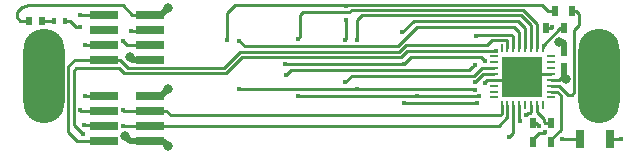
<source format=gbr>
G04 #@! TF.GenerationSoftware,KiCad,Pcbnew,5.0.1*
G04 #@! TF.CreationDate,2018-12-04T10:53:53+13:00*
G04 #@! TF.ProjectId,jake_small,6A616B655F736D616C6C2E6B69636164,rev?*
G04 #@! TF.SameCoordinates,Original*
G04 #@! TF.FileFunction,Copper,L1,Top,Signal*
G04 #@! TF.FilePolarity,Positive*
%FSLAX46Y46*%
G04 Gerber Fmt 4.6, Leading zero omitted, Abs format (unit mm)*
G04 Created by KiCad (PCBNEW 5.0.1) date Tue 04 Dec 2018 10:53:53 NZDT*
%MOMM*%
%LPD*%
G01*
G04 APERTURE LIST*
G04 #@! TA.AperFunction,SMDPad,CuDef*
%ADD10R,2.400000X0.740000*%
G04 #@! TD*
G04 #@! TA.AperFunction,SMDPad,CuDef*
%ADD11R,0.500000X0.900000*%
G04 #@! TD*
G04 #@! TA.AperFunction,SMDPad,CuDef*
%ADD12R,0.500000X0.600000*%
G04 #@! TD*
G04 #@! TA.AperFunction,WasherPad*
%ADD13O,3.500000X8.000000*%
G04 #@! TD*
G04 #@! TA.AperFunction,SMDPad,CuDef*
%ADD14R,1.725000X1.725000*%
G04 #@! TD*
G04 #@! TA.AperFunction,SMDPad,CuDef*
%ADD15R,0.250000X0.700000*%
G04 #@! TD*
G04 #@! TA.AperFunction,SMDPad,CuDef*
%ADD16R,0.700000X0.250000*%
G04 #@! TD*
G04 #@! TA.AperFunction,SMDPad,CuDef*
%ADD17R,0.800000X1.600000*%
G04 #@! TD*
G04 #@! TA.AperFunction,SMDPad,CuDef*
%ADD18R,0.600000X0.700000*%
G04 #@! TD*
G04 #@! TA.AperFunction,SMDPad,CuDef*
%ADD19R,0.400000X0.600000*%
G04 #@! TD*
G04 #@! TA.AperFunction,ViaPad*
%ADD20C,0.450000*%
G04 #@! TD*
G04 #@! TA.AperFunction,ViaPad*
%ADD21C,0.800000*%
G04 #@! TD*
G04 #@! TA.AperFunction,Conductor*
%ADD22C,0.250000*%
G04 #@! TD*
G04 #@! TA.AperFunction,Conductor*
%ADD23C,0.500000*%
G04 #@! TD*
G04 APERTURE END LIST*
D10*
G04 #@! TO.P,J2,1*
G04 #@! TO.N,VCC*
X132950000Y-52405000D03*
G04 #@! TO.P,J2,2*
G04 #@! TO.N,/MISO*
X129050000Y-52405000D03*
G04 #@! TO.P,J2,3*
G04 #@! TO.N,/SCK*
X132950000Y-51135000D03*
G04 #@! TO.P,J2,4*
G04 #@! TO.N,/nSS*
X129050000Y-51135000D03*
G04 #@! TO.P,J2,5*
G04 #@! TO.N,/MOSI*
X132950000Y-49865000D03*
G04 #@! TO.P,J2,6*
G04 #@! TO.N,/nSS1*
X129050000Y-49865000D03*
G04 #@! TO.P,J2,7*
G04 #@! TO.N,GND*
X132950000Y-48595000D03*
G04 #@! TO.P,J2,8*
G04 #@! TO.N,/nSS3*
X129050000Y-48595000D03*
G04 #@! TD*
G04 #@! TO.P,J1,8*
G04 #@! TO.N,/nSS1*
X129050000Y-41745000D03*
G04 #@! TO.P,J1,7*
G04 #@! TO.N,GND*
X132950000Y-41745000D03*
G04 #@! TO.P,J1,6*
G04 #@! TO.N,N/C*
X129050000Y-43015000D03*
G04 #@! TO.P,J1,5*
G04 #@! TO.N,/MOSI*
X132950000Y-43015000D03*
G04 #@! TO.P,J1,4*
G04 #@! TO.N,/nSS3*
X129050000Y-44285000D03*
G04 #@! TO.P,J1,3*
G04 #@! TO.N,/SCK*
X132950000Y-44285000D03*
G04 #@! TO.P,J1,2*
G04 #@! TO.N,/MISO*
X129050000Y-45555000D03*
G04 #@! TO.P,J1,1*
G04 #@! TO.N,VCC*
X132950000Y-45555000D03*
G04 #@! TD*
D11*
G04 #@! TO.P,R8,2*
G04 #@! TO.N,/B_1a*
X165450000Y-52500000D03*
G04 #@! TO.P,R8,1*
G04 #@! TO.N,/A_2*
X166950000Y-52500000D03*
G04 #@! TD*
G04 #@! TO.P,R6,1*
G04 #@! TO.N,/A_1*
X166950000Y-50900000D03*
G04 #@! TO.P,R6,2*
G04 #@! TO.N,/B_2a*
X165450000Y-50900000D03*
G04 #@! TD*
D12*
G04 #@! TO.P,C1,2*
G04 #@! TO.N,GND*
X168000000Y-44975000D03*
G04 #@! TO.P,C1,1*
G04 #@! TO.N,VCC*
X168000000Y-46075000D03*
G04 #@! TD*
D13*
G04 #@! TO.P,H1,*
G04 #@! TO.N,*
X124000000Y-46900000D03*
G04 #@! TD*
G04 #@! TO.P,H2,*
G04 #@! TO.N,*
X171000000Y-46900000D03*
G04 #@! TD*
D14*
G04 #@! TO.P,U1,33*
G04 #@! TO.N,GND*
X163637500Y-46137500D03*
X163637500Y-47862500D03*
X165362500Y-46137500D03*
X165362500Y-47862500D03*
D15*
G04 #@! TO.P,U1,32*
G04 #@! TO.N,N/C*
X162750000Y-44600000D03*
G04 #@! TO.P,U1,31*
G04 #@! TO.N,/MISO*
X163250000Y-44600000D03*
G04 #@! TO.P,U1,30*
G04 #@! TO.N,/C6*
X163750000Y-44600000D03*
G04 #@! TO.P,U1,29*
G04 #@! TO.N,/C7*
X164250000Y-44600000D03*
G04 #@! TO.P,U1,28*
G04 #@! TO.N,/C1*
X164750000Y-44600000D03*
G04 #@! TO.P,U1,27*
G04 #@! TO.N,/C3*
X165250000Y-44600000D03*
G04 #@! TO.P,U1,26*
G04 #@! TO.N,/C5*
X165750000Y-44600000D03*
G04 #@! TO.P,U1,25*
G04 #@! TO.N,/B_2*
X166250000Y-44600000D03*
D16*
G04 #@! TO.P,U1,24*
G04 #@! TO.N,N/C*
X166900000Y-45250000D03*
G04 #@! TO.P,U1,23*
X166900000Y-45750000D03*
G04 #@! TO.P,U1,22*
X166900000Y-46250000D03*
G04 #@! TO.P,U1,21*
G04 #@! TO.N,GND*
X166900000Y-46750000D03*
G04 #@! TO.P,U1,20*
G04 #@! TO.N,VCC*
X166900000Y-47250000D03*
G04 #@! TO.P,U1,19*
G04 #@! TO.N,/B_1*
X166900000Y-47750000D03*
G04 #@! TO.P,U1,18*
G04 #@! TO.N,/A_2*
X166900000Y-48250000D03*
G04 #@! TO.P,U1,17*
G04 #@! TO.N,N/C*
X166900000Y-48750000D03*
D15*
G04 #@! TO.P,U1,16*
X166250000Y-49400000D03*
G04 #@! TO.P,U1,15*
G04 #@! TO.N,/A_1*
X165750000Y-49400000D03*
G04 #@! TO.P,U1,14*
G04 #@! TO.N,/nRES*
X165250000Y-49400000D03*
G04 #@! TO.P,U1,13*
G04 #@! TO.N,N/C*
X164750000Y-49400000D03*
G04 #@! TO.P,U1,12*
G04 #@! TO.N,/C2*
X164250000Y-49400000D03*
G04 #@! TO.P,U1,11*
G04 #@! TO.N,/nSS*
X163750000Y-49400000D03*
G04 #@! TO.P,U1,10*
G04 #@! TO.N,/SCK*
X163250000Y-49400000D03*
G04 #@! TO.P,U1,9*
G04 #@! TO.N,/MOSI*
X162750000Y-49400000D03*
D16*
G04 #@! TO.P,U1,8*
G04 #@! TO.N,N/C*
X162100000Y-48750000D03*
G04 #@! TO.P,U1,7*
X162100000Y-48250000D03*
G04 #@! TO.P,U1,6*
X162100000Y-47750000D03*
G04 #@! TO.P,U1,5*
G04 #@! TO.N,GND*
X162100000Y-47250000D03*
G04 #@! TO.P,U1,4*
G04 #@! TO.N,VCC*
X162100000Y-46750000D03*
G04 #@! TO.P,U1,3*
G04 #@! TO.N,/C4*
X162100000Y-46250000D03*
G04 #@! TO.P,U1,2*
G04 #@! TO.N,N/C*
X162100000Y-45750000D03*
G04 #@! TO.P,U1,1*
X162100000Y-45250000D03*
G04 #@! TD*
D11*
G04 #@! TO.P,R7,2*
G04 #@! TO.N,/A_1a*
X166500000Y-42900000D03*
G04 #@! TO.P,R7,1*
G04 #@! TO.N,/B_2*
X168000000Y-42900000D03*
G04 #@! TD*
G04 #@! TO.P,R5,2*
G04 #@! TO.N,/A_2a*
X167250000Y-41400000D03*
G04 #@! TO.P,R5,1*
G04 #@! TO.N,/B_1*
X168750000Y-41400000D03*
G04 #@! TD*
D17*
G04 #@! TO.P,J3,1*
G04 #@! TO.N,/nRES*
X169400000Y-52250000D03*
G04 #@! TD*
D18*
G04 #@! TO.P,D5,1*
G04 #@! TO.N,GND*
X122750000Y-42250000D03*
G04 #@! TO.P,D5,2*
G04 #@! TO.N,Net-(D5-Pad2)*
X123850000Y-42250000D03*
G04 #@! TD*
D17*
G04 #@! TO.P,J4,1*
G04 #@! TO.N,GND*
X171900000Y-52250000D03*
G04 #@! TD*
D19*
G04 #@! TO.P,R1,2*
G04 #@! TO.N,VCC*
X125750000Y-42250000D03*
G04 #@! TO.P,R1,1*
G04 #@! TO.N,Net-(D5-Pad2)*
X124850000Y-42250000D03*
G04 #@! TD*
D20*
G04 #@! TO.N,GND*
X165825000Y-47525000D03*
X164650000Y-47500000D03*
X163550000Y-45550000D03*
X164600000Y-45500000D03*
X165450000Y-45550000D03*
X172900000Y-52250000D03*
X161344334Y-47498229D03*
D21*
X167623680Y-44083914D03*
D20*
X127300000Y-51855000D03*
D21*
X134500000Y-41175028D03*
D20*
X163637500Y-47500000D03*
D21*
X134525000Y-48025000D03*
D20*
X162300000Y-44775000D03*
D21*
G04 #@! TO.N,VCC*
X131262653Y-45337347D03*
X168175000Y-47145194D03*
D20*
X127100000Y-42750000D03*
D21*
X130848802Y-51996895D03*
D20*
X160531872Y-47445961D03*
D21*
X134500000Y-52824954D03*
D20*
G04 #@! TO.N,/C7*
X140550000Y-43950000D03*
G04 #@! TO.N,/B_1a*
X160461916Y-48092198D03*
X166458890Y-51699995D03*
X140500000Y-48050004D03*
X150550000Y-48042628D03*
G04 #@! TO.N,/A_2a*
X139500000Y-43850000D03*
X149600000Y-41000000D03*
X149600000Y-42150000D03*
X149500000Y-43850000D03*
G04 #@! TO.N,/C5*
X145500000Y-43800000D03*
G04 #@! TO.N,/A_1a*
X166999990Y-42800010D03*
X144450000Y-45900000D03*
X154499979Y-45900021D03*
X161324986Y-45625000D03*
G04 #@! TO.N,/B_2a*
X165937663Y-51163976D03*
X160821616Y-48633614D03*
X145500000Y-48600000D03*
X155550000Y-48650000D03*
G04 #@! TO.N,/C6*
X160461091Y-45961091D03*
X144500000Y-46850000D03*
X160550000Y-43525000D03*
G04 #@! TO.N,/C4*
X149500000Y-47450000D03*
G04 #@! TO.N,/C3*
X150550000Y-43849990D03*
G04 #@! TO.N,/C1*
X154337173Y-43237173D03*
G04 #@! TO.N,/C2*
X164342553Y-50707518D03*
X160647296Y-49259815D03*
X154450000Y-49250000D03*
G04 #@! TO.N,/nSS3*
X127450000Y-48600000D03*
X127450000Y-44350000D03*
G04 #@! TO.N,/nSS1*
X127075020Y-49850000D03*
X127050000Y-41750000D03*
G04 #@! TO.N,/nSS*
X127400000Y-51100000D03*
X163382109Y-52132109D03*
G04 #@! TO.N,/SCK*
X130675000Y-51125000D03*
X130675028Y-43950000D03*
G04 #@! TO.N,/MOSI*
X131375000Y-43100000D03*
X130675058Y-49850000D03*
G04 #@! TO.N,/nRES*
X164800000Y-50245735D03*
X167872702Y-52272702D03*
G04 #@! TD*
D22*
G04 #@! TO.N,GND*
X163025000Y-47250000D02*
X163637500Y-47525000D01*
X162100000Y-47250000D02*
X163025000Y-47250000D01*
X165975000Y-46750000D02*
X165425000Y-46200000D01*
X166900000Y-46750000D02*
X165975000Y-46750000D01*
X163637500Y-47862500D02*
X163637500Y-47000000D01*
X163637500Y-46137500D02*
X164600000Y-46137500D01*
X165362500Y-46137500D02*
X165362500Y-47000000D01*
X163637500Y-46200000D02*
X163637500Y-46137500D01*
X165425000Y-46200000D02*
X165362500Y-46137500D01*
X165362500Y-47800000D02*
X165362500Y-47862500D01*
X163637500Y-47862500D02*
X163637500Y-47862500D01*
X163637500Y-47000000D02*
X163637500Y-46200000D01*
X165362500Y-47000000D02*
X165362500Y-47800000D01*
X164600000Y-46137500D02*
X165362500Y-46137500D01*
X172900000Y-52250000D02*
X171900000Y-52250000D01*
X122750000Y-42250000D02*
X122000000Y-42250000D01*
X122000000Y-42250000D02*
X121700000Y-41950000D01*
X121700000Y-41950000D02*
X121700000Y-41550000D01*
X122457381Y-40974897D02*
X122646496Y-40950000D01*
X121700000Y-41550000D02*
X122146214Y-41103786D01*
X122146214Y-41103786D02*
X122457381Y-40974897D01*
X130705000Y-40950000D02*
X131500000Y-41745000D01*
X131500000Y-41745000D02*
X132950000Y-41745000D01*
X122646496Y-40950000D02*
X130705000Y-40950000D01*
X161500000Y-47250000D02*
X161344334Y-47405666D01*
X161344334Y-47405666D02*
X161344334Y-47498229D01*
X162100000Y-47250000D02*
X161500000Y-47250000D01*
D23*
X168000000Y-44975000D02*
X168000000Y-44175000D01*
X168000000Y-44175000D02*
X167908914Y-44083914D01*
X167908914Y-44083914D02*
X167623680Y-44083914D01*
D22*
X163375000Y-47600000D02*
X163637500Y-47862500D01*
D23*
X132950000Y-41745000D02*
X133930026Y-41745000D01*
X133930026Y-41745000D02*
X134100001Y-41575027D01*
X134100001Y-41575027D02*
X134500000Y-41175028D01*
D22*
X134600000Y-41275028D02*
X134500000Y-41175028D01*
X163375000Y-47600000D02*
X163375000Y-47600000D01*
X163637500Y-47525000D02*
X163375000Y-47600000D01*
D23*
X134125001Y-48424999D02*
X134525000Y-48025000D01*
X132950000Y-48595000D02*
X133955000Y-48595000D01*
X133955000Y-48595000D02*
X134125001Y-48424999D01*
D22*
X126749999Y-46250001D02*
X126525020Y-46474980D01*
X130800012Y-46700012D02*
X130350001Y-46250001D01*
X126525020Y-51080020D02*
X127300000Y-51855000D01*
X139436399Y-46700012D02*
X130800012Y-46700012D01*
X126525020Y-46474980D02*
X126525020Y-51080020D01*
X140786410Y-45350000D02*
X139436399Y-46700012D01*
X162300000Y-44775000D02*
X162275001Y-44799999D01*
X161625000Y-44799999D02*
X161578088Y-44846911D01*
X130350001Y-46250001D02*
X126749999Y-46250001D01*
X161578088Y-44846911D02*
X154778090Y-44846911D01*
X162275001Y-44799999D02*
X161625000Y-44799999D01*
X154778090Y-44846911D02*
X154275001Y-45350000D01*
X154275001Y-45350000D02*
X140786410Y-45350000D01*
D23*
G04 #@! TO.N,VCC*
X168000000Y-46850001D02*
X168000000Y-46075000D01*
D22*
X167600001Y-47250000D02*
X167850001Y-47000000D01*
X166900000Y-47250000D02*
X167600001Y-47250000D01*
D23*
X132950000Y-45555000D02*
X131480306Y-45555000D01*
X131480306Y-45555000D02*
X131262653Y-45337347D01*
X168000000Y-46970194D02*
X168000000Y-46850001D01*
X168175000Y-47145194D02*
X168000000Y-46970194D01*
D22*
X126200000Y-42250000D02*
X125750000Y-42250000D01*
X127100000Y-42750000D02*
X126700000Y-42750000D01*
X126700000Y-42750000D02*
X126200000Y-42250000D01*
D23*
X130848802Y-52003802D02*
X130848802Y-51996895D01*
X132950000Y-52405000D02*
X131250000Y-52405000D01*
X131250000Y-52405000D02*
X130848802Y-52003802D01*
D22*
X162100000Y-46750000D02*
X161774131Y-46750000D01*
X160756871Y-47220962D02*
X160531872Y-47445961D01*
X161754460Y-46769671D02*
X161208162Y-46769671D01*
X161208162Y-46769671D02*
X160756871Y-47220962D01*
X161774131Y-46750000D02*
X161754460Y-46769671D01*
D23*
X134080046Y-52405000D02*
X134100001Y-52424955D01*
X132950000Y-52405000D02*
X134080046Y-52405000D01*
X134100001Y-52424955D02*
X134500000Y-52824954D01*
D22*
G04 #@! TO.N,/C7*
X164250000Y-43229902D02*
X164250000Y-44600000D01*
X162790163Y-42749989D02*
X163770087Y-42749989D01*
X141000000Y-44400000D02*
X153952179Y-44400000D01*
X163770087Y-42749989D02*
X164250000Y-43229902D01*
X140550000Y-43950000D02*
X141000000Y-44400000D01*
X155602188Y-42749989D02*
X162770087Y-42749989D01*
X153952179Y-44400000D02*
X155602188Y-42749989D01*
G04 #@! TO.N,/B_1a*
X165950000Y-51800000D02*
X166358885Y-51800000D01*
X165450000Y-52300000D02*
X165950000Y-51800000D01*
X166358885Y-51800000D02*
X166458890Y-51699995D01*
X165450000Y-52500000D02*
X165450000Y-52300000D01*
X150231802Y-48042628D02*
X150550000Y-48042628D01*
X150868198Y-48042628D02*
X150550000Y-48042628D01*
X160461916Y-48092198D02*
X160412346Y-48042628D01*
X140825574Y-48042628D02*
X160412346Y-48042628D01*
X140500000Y-48050004D02*
X140818198Y-48050004D01*
X140818198Y-48050004D02*
X140825574Y-48042628D01*
G04 #@! TO.N,/A_2a*
X149699990Y-40900010D02*
X149600000Y-41000000D01*
X150700000Y-40900010D02*
X149699990Y-40900010D01*
X149600000Y-42150000D02*
X149600000Y-43750000D01*
X149600000Y-43750000D02*
X149500000Y-43850000D01*
X166650000Y-41400000D02*
X167250000Y-41400000D01*
X166150010Y-40900010D02*
X166650000Y-41400000D01*
X140200000Y-40900010D02*
X166150010Y-40900010D01*
X139500000Y-43850000D02*
X139500000Y-41600010D01*
X139500000Y-41600010D02*
X140200000Y-40900010D01*
G04 #@! TO.N,/C5*
X165750000Y-42513589D02*
X165750000Y-44600000D01*
X164586432Y-41350021D02*
X165750000Y-42513589D01*
X149850000Y-41550000D02*
X150049979Y-41350021D01*
X145724999Y-43575001D02*
X145724999Y-41775001D01*
X145500000Y-43800000D02*
X145724999Y-43575001D01*
X145950000Y-41550000D02*
X149850000Y-41550000D01*
X145724999Y-41775001D02*
X145950000Y-41550000D01*
X150049979Y-41350021D02*
X164586432Y-41350021D01*
G04 #@! TO.N,/A_1a*
X166500000Y-42900000D02*
X166900000Y-42900000D01*
X166900000Y-42900000D02*
X166999990Y-42800010D01*
X144400000Y-45900000D02*
X144400021Y-45900021D01*
X144400021Y-45900021D02*
X154181781Y-45900021D01*
X154181781Y-45900021D02*
X154499979Y-45900021D01*
X154499979Y-45900021D02*
X155103079Y-45296921D01*
X155103079Y-45296921D02*
X160996907Y-45296921D01*
X160996907Y-45296921D02*
X161099987Y-45400001D01*
X161099987Y-45400001D02*
X161324986Y-45625000D01*
G04 #@! TO.N,/B_2a*
X165450000Y-50900000D02*
X165673687Y-50900000D01*
X165673687Y-50900000D02*
X165937663Y-51163976D01*
X160821616Y-48633614D02*
X160800146Y-48612144D01*
X160755972Y-48612144D02*
X160718116Y-48650000D01*
X160800146Y-48612144D02*
X160755972Y-48612144D01*
X155500000Y-48600000D02*
X155550000Y-48650000D01*
X145500000Y-48600000D02*
X155500000Y-48600000D01*
X160813031Y-48642199D02*
X160821616Y-48633614D01*
X160805230Y-48650000D02*
X160821616Y-48633614D01*
X155550000Y-48650000D02*
X160805230Y-48650000D01*
G04 #@! TO.N,/C6*
X163750000Y-44600000D02*
X163750000Y-43600031D01*
X163750000Y-43600031D02*
X163599947Y-43449978D01*
X160236092Y-46186090D02*
X160461091Y-45961091D01*
X159972161Y-46450021D02*
X160236092Y-46186090D01*
X144500000Y-46850000D02*
X144899979Y-46450021D01*
X144899979Y-46450021D02*
X159972161Y-46450021D01*
X163599947Y-43449978D02*
X160625022Y-43449978D01*
X160625022Y-43449978D02*
X160550000Y-43525000D01*
G04 #@! TO.N,/C4*
X150049974Y-46900026D02*
X149500000Y-47450000D01*
X160436385Y-46900026D02*
X150049974Y-46900026D01*
X162100000Y-46250000D02*
X161086411Y-46250000D01*
X161086411Y-46250000D02*
X160436385Y-46900026D01*
G04 #@! TO.N,/C3*
X150550000Y-42150000D02*
X150550000Y-43849990D01*
X150899968Y-41800032D02*
X150550000Y-42150000D01*
X165250000Y-42650000D02*
X165250000Y-44600000D01*
X164400032Y-41800032D02*
X165250000Y-42650000D01*
X150899968Y-41800032D02*
X164400032Y-41800032D01*
G04 #@! TO.N,/C1*
X164150043Y-42250043D02*
X164750000Y-42850000D01*
X164750000Y-42850000D02*
X164750000Y-44600000D01*
X154337173Y-43237173D02*
X155324303Y-42250043D01*
X155324303Y-42250043D02*
X164150043Y-42250043D01*
G04 #@! TO.N,/C2*
X164250000Y-49400000D02*
X164250000Y-50450000D01*
X164250000Y-50450000D02*
X164250000Y-50614965D01*
X164250000Y-50614965D02*
X164342553Y-50707518D01*
X154459815Y-49259815D02*
X154450000Y-49250000D01*
X160647296Y-49259815D02*
X154459815Y-49259815D01*
G04 #@! TO.N,/nSS3*
X129050000Y-48595000D02*
X127455000Y-48595000D01*
X127455000Y-48595000D02*
X127450000Y-48600000D01*
X128985000Y-44350000D02*
X129050000Y-44285000D01*
X127450000Y-44350000D02*
X128985000Y-44350000D01*
G04 #@! TO.N,/nSS1*
X129050000Y-49865000D02*
X127090020Y-49865000D01*
X127090020Y-49865000D02*
X127075020Y-49850000D01*
X129045000Y-41750000D02*
X129050000Y-41745000D01*
X127050000Y-41750000D02*
X129045000Y-41750000D01*
G04 #@! TO.N,/nSS*
X163750000Y-49400000D02*
X163750000Y-50096412D01*
X129015000Y-51100000D02*
X129050000Y-51135000D01*
X127400000Y-51100000D02*
X129015000Y-51100000D01*
X163750000Y-50096412D02*
X163750000Y-51050000D01*
X163750000Y-51050000D02*
X163750000Y-51764218D01*
X163750000Y-51764218D02*
X163382109Y-52132109D01*
G04 #@! TO.N,/SCK*
X132950000Y-51135000D02*
X130685000Y-51135000D01*
X130685000Y-51135000D02*
X130675000Y-51125000D01*
X130900027Y-44174999D02*
X130675028Y-43950000D01*
X131010028Y-44285000D02*
X130900027Y-44174999D01*
X132950000Y-44285000D02*
X131010028Y-44285000D01*
X163250000Y-49400000D02*
X163250000Y-50400000D01*
X134935000Y-51135000D02*
X132950000Y-51135000D01*
X162515000Y-51135000D02*
X134935000Y-51135000D01*
X163250000Y-50400000D02*
X162515000Y-51135000D01*
G04 #@! TO.N,/MOSI*
X131375000Y-43100000D02*
X132865000Y-43100000D01*
X130690058Y-49865000D02*
X130675058Y-49850000D01*
X132950000Y-49865000D02*
X130690058Y-49865000D01*
X132950000Y-49865000D02*
X133915000Y-49865000D01*
X162750000Y-50150000D02*
X162750000Y-49400000D01*
X134750000Y-50250000D02*
X162650000Y-50250000D01*
X162650000Y-50250000D02*
X162750000Y-50150000D01*
X132950000Y-49865000D02*
X134365000Y-49865000D01*
X134365000Y-49865000D02*
X134750000Y-50250000D01*
G04 #@! TO.N,/MISO*
X126645000Y-45555000D02*
X129050000Y-45555000D01*
X126075010Y-46124990D02*
X126645000Y-45555000D01*
X126075010Y-51650010D02*
X126075010Y-46124990D01*
X129050000Y-52405000D02*
X126830000Y-52405000D01*
X126830000Y-52405000D02*
X126075010Y-51650010D01*
X140600011Y-44899989D02*
X154088601Y-44899989D01*
X129050000Y-45555000D02*
X130455000Y-45555000D01*
X130455000Y-45555000D02*
X131150001Y-46250001D01*
X131150001Y-46250001D02*
X139249999Y-46250001D01*
X139249999Y-46250001D02*
X140600011Y-44899989D01*
X154663600Y-44324990D02*
X154088601Y-44899989D01*
X163250000Y-44600000D02*
X163250000Y-44000000D01*
X161525010Y-44324990D02*
X154663600Y-44324990D01*
X161925000Y-43925000D02*
X161525010Y-44324990D01*
X163174999Y-43924999D02*
X161925000Y-43925000D01*
X163250000Y-44000000D02*
X163174999Y-43924999D01*
G04 #@! TO.N,/nRES*
X164970734Y-50075001D02*
X164800000Y-50245735D01*
X165174999Y-50075001D02*
X164970734Y-50075001D01*
X165250000Y-49400000D02*
X165250000Y-50000000D01*
X165250000Y-50000000D02*
X165174999Y-50075001D01*
X169400000Y-51750000D02*
X169400000Y-52250000D01*
X169377298Y-52272702D02*
X169400000Y-52250000D01*
X167872702Y-52272702D02*
X169377298Y-52272702D01*
G04 #@! TO.N,/B_1*
X169300000Y-42650000D02*
X169300000Y-41650000D01*
X167636410Y-47750000D02*
X168388204Y-48501794D01*
X168388204Y-48501794D02*
X168698206Y-48501794D01*
X169050000Y-41400000D02*
X168750000Y-41400000D01*
X168698206Y-48501794D02*
X168900000Y-48300000D01*
X168900000Y-48300000D02*
X168900000Y-43050000D01*
X169300000Y-41650000D02*
X169050000Y-41400000D01*
X166900000Y-47750000D02*
X167636410Y-47750000D01*
X168900000Y-43050000D02*
X169300000Y-42650000D01*
G04 #@! TO.N,/A_1*
X165750000Y-49960002D02*
X166350000Y-50560002D01*
X165750000Y-49400000D02*
X165750000Y-49960002D01*
X166450000Y-50900000D02*
X166950000Y-50900000D01*
X166350000Y-50800000D02*
X166450000Y-50900000D01*
X166350000Y-50560002D02*
X166350000Y-50800000D01*
G04 #@! TO.N,/B_2*
X166250000Y-44375000D02*
X167725000Y-42900000D01*
X167725000Y-42900000D02*
X168000000Y-42900000D01*
X166250000Y-44600000D02*
X166250000Y-44375000D01*
G04 #@! TO.N,/A_2*
X167460002Y-48250000D02*
X166900000Y-48250000D01*
X167774998Y-48564996D02*
X167460002Y-48250000D01*
X167774998Y-51475002D02*
X167774998Y-48564996D01*
X166950000Y-52500000D02*
X166950000Y-52300000D01*
X166950000Y-52300000D02*
X167774998Y-51475002D01*
G04 #@! TO.N,Net-(D5-Pad2)*
X123850000Y-42250000D02*
X124850000Y-42250000D01*
G04 #@! TD*
M02*

</source>
